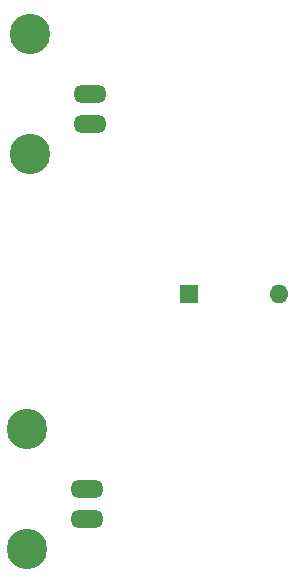
<source format=gbs>
G04 #@! TF.GenerationSoftware,KiCad,Pcbnew,5.1.12-unknown-nightly-202112011503*
G04 #@! TF.CreationDate,2022-01-19T17:03:36-06:00*
G04 #@! TF.ProjectId,70W-Amplifier,3730572d-416d-4706-9c69-666965722e6b,rev?*
G04 #@! TF.SameCoordinates,Original*
G04 #@! TF.FileFunction,Soldermask,Bot*
G04 #@! TF.FilePolarity,Negative*
%FSLAX46Y46*%
G04 Gerber Fmt 4.6, Leading zero omitted, Abs format (unit mm)*
G04 Created by KiCad (PCBNEW 5.1.12-unknown-nightly-202112011503) date 2022-01-19 17:03:36*
%MOMM*%
%LPD*%
G01*
G04 APERTURE LIST*
%ADD10O,2.819200X1.511200*%
%ADD11C,3.419200*%
%ADD12O,1.600000X1.600000*%
%ADD13R,1.600000X1.600000*%
G04 APERTURE END LIST*
D10*
X87580000Y-64080000D03*
X87580000Y-66620000D03*
D11*
X82500000Y-69160000D03*
X82500000Y-59000000D03*
D10*
X87376000Y-97536000D03*
X87376000Y-100076000D03*
D11*
X82296000Y-102616000D03*
X82296000Y-92456000D03*
D12*
X103620000Y-81000000D03*
D13*
X96000000Y-81000000D03*
M02*

</source>
